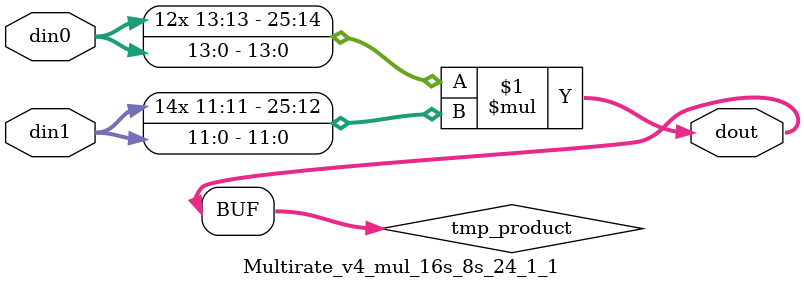
<source format=v>

`timescale 1 ns / 1 ps

 module Multirate_v4_mul_16s_8s_24_1_1(din0, din1, dout);
parameter ID = 1;
parameter NUM_STAGE = 0;
parameter din0_WIDTH = 14;
parameter din1_WIDTH = 12;
parameter dout_WIDTH = 26;

input [din0_WIDTH - 1 : 0] din0; 
input [din1_WIDTH - 1 : 0] din1; 
output [dout_WIDTH - 1 : 0] dout;

wire signed [dout_WIDTH - 1 : 0] tmp_product;



























assign tmp_product = $signed(din0) * $signed(din1);








assign dout = tmp_product;





















endmodule

</source>
